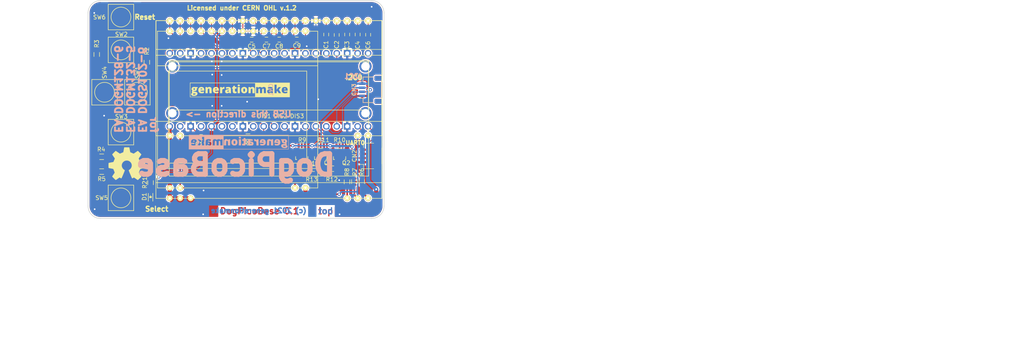
<source format=kicad_pcb>
(kicad_pcb (version 20171130) (host pcbnew 5.1.9-73d0e3b20d~88~ubuntu18.04.1)
  (title_block (title DogPicoBase) (date 2021-02-16) (rev 0.1) (company generationmake))
  (layers (0 F.Cu signal) (31 B.Cu signal) (34 B.Paste user) (35 F.Paste user) (36 B.SilkS user) (37 F.SilkS user) (38 B.Mask user) (39 F.Mask user) (44 Edge.Cuts user))
  (net 0 "")
  (net 1 GND)
  (net 2 /KEYPAD_A0)
  (net 3 +5V)
  (net 4 /RESET)
  (net 5 /DIS_V4)
  (net 6 /DIS_V3)
  (net 7 /DIS_V2)
  (net 8 /DIS_V1)
  (net 9 /DIS_VOUT)
  (net 10 /DIS_V0)
  (net 11 /DIS_CAP1N)
  (net 12 /DIS_CAP3P)
  (net 13 /DIS_CAP1P)
  (net 14 /DIS_CAP2P)
  (net 15 /DIS_CAP2N)
  (net 16 /DIS_C3)
  (net 17 /DIS_C2)
  (net 18 +3V3)
  (net 19 /DIS_SI)
  (net 20 /DIS_CLK)
  (net 21 /DIS_A0)
  (net 22 /DIS_RESET)
  (net 23 /DIS_CS)
  (net 24 /DIS_C1)
  (net 25 "Net-(Q1-Pad3)")
  (net 26 /BUTTON_UP)
  (net 27 /BUTTON_DOWN)
  (net 28 /BUTTON_LEFT)
  (net 29 /BUTTON_SELECT)
  (net 30 "Net-(D1-Pad2)")
  (net 31 /I2C0_SDA)
  (net 32 /I2C0_SCL)
  (net 33 /UART0_TX)
  (net 34 /UART0_RX)
  (net 35 /I2C1_SDA)
  (net 36 /I2C1_SCL)
  (net 37 /DISPLAY_BL_1)
  (net 38 /DISPLAY_BL_2)
  (net 39 /DISPLAY_BL_3)
  (net 40 "Net-(Q2-Pad3)")
  (net 41 "Net-(Q3-Pad3)")
  (module SOT_TO:SOT-23 (layer F.Cu) (at 103 115 180)
    (fp_text reference Q1 (at -2.3 -1.6 180) (layer F.SilkS))
    (fp_text value 2N7002)
    (pad 3 smd rect (at 0 -0.99822 180) (size 0.8001 0.8001) (layers F.Cu F.Paste F.Mask) (net 25 "Net-(Q1-Pad3)"))
    (pad 2 smd rect (at 0.95 1.00076 180) (size 0.8001 0.8001) (layers F.Cu F.Paste F.Mask) (net 1 GND))
    (pad 1 smd rect (at -0.95 1.00076 180) (size 0.8001 0.8001) (layers F.Cu F.Paste F.Mask) (net 37 /DISPLAY_BL_1))
  )
  (module capacitors:C_0603 (layer F.Cu) (at 108.95 85.25 270)
    (fp_text reference C1 (at 2.45 0.05 270) (layer F.SilkS))
    (fp_text value 1uF)
    (pad 2 smd rect (at 0.75 0 270) (size 0.8 0.75) (layers F.Cu F.Paste F.Mask) (net 1 GND))
    (pad 1 smd rect (at -0.75 0 270) (size 0.8 0.75) (layers F.Cu F.Paste F.Mask) (net 5 /DIS_V4))
  )
  (module capacitors:C_0603 (layer F.Cu) (at 111.5 85.35 270)
    (fp_text reference C2 (at 2.35 0 270) (layer F.SilkS))
    (fp_text value 1uF)
    (pad 2 smd rect (at 0.75 0 270) (size 0.8 0.75) (layers F.Cu F.Paste F.Mask) (net 1 GND))
    (pad 1 smd rect (at -0.75 0 270) (size 0.8 0.75) (layers F.Cu F.Paste F.Mask) (net 6 /DIS_V3))
  )
  (module resistors:R_0603 (layer F.Cu) (at 89.9 110.1)
    (fp_text reference R1 (at 0 1.6) (layer F.SilkS))
    (fp_text value 2k)
    (pad 2 smd rect (at 0.75 0) (size 0.5 0.9) (layers F.Cu F.Paste F.Mask) (net 2 /KEYPAD_A0))
    (pad 1 smd rect (at -0.75 0) (size 0.5 0.9) (layers F.Cu F.Paste F.Mask) (net 18 +3V3))
  )
  (module resistors:R_0603 (layer F.Cu) (at 65.3 92 90)
    (fp_text reference R2 (at 2.7 0 90) (layer F.SilkS))
    (fp_text value 330)
    (pad 2 smd rect (at 0.75 0 90) (size 0.5 0.9) (layers F.Cu F.Paste F.Mask) (net 26 /BUTTON_UP))
    (pad 1 smd rect (at -0.75 0 90) (size 0.5 0.9) (layers F.Cu F.Paste F.Mask) (net 2 /KEYPAD_A0))
  )
  (module resistors:R_0603 (layer F.Cu) (at 53.1 90.1 270)
    (fp_text reference R3 (at -2.6 0 270) (layer F.SilkS))
    (fp_text value 620)
    (pad 2 smd rect (at 0.75 0 270) (size 0.5 0.9) (layers F.Cu F.Paste F.Mask) (net 27 /BUTTON_DOWN))
    (pad 1 smd rect (at -0.75 0 270) (size 0.5 0.9) (layers F.Cu F.Paste F.Mask) (net 26 /BUTTON_UP))
  )
  (module resistors:R_0603 (layer F.Cu) (at 117.6 121.05 90)
    (fp_text reference R6 (at 2.35 0 90) (layer F.SilkS))
    (fp_text value 30)
    (pad 2 smd rect (at 0.75 0 90) (size 0.5 0.9) (layers F.Cu F.Paste F.Mask) (net 40 "Net-(Q2-Pad3)"))
    (pad 1 smd rect (at -0.75 0 90) (size 0.5 0.9) (layers F.Cu F.Paste F.Mask) (net 16 /DIS_C3))
  )
  (module resistors:R_0603 (layer F.Cu) (at 115.8 121.05 90)
    (fp_text reference R7 (at 2.35 0.1 90) (layer F.SilkS))
    (fp_text value 30)
    (pad 2 smd rect (at 0.75 0 90) (size 0.5 0.9) (layers F.Cu F.Paste F.Mask) (net 41 "Net-(Q3-Pad3)"))
    (pad 1 smd rect (at -0.75 0 90) (size 0.5 0.9) (layers F.Cu F.Paste F.Mask) (net 17 /DIS_C2))
  )
  (module resistors:R_0603 (layer F.Cu) (at 114 121.1 270)
    (fp_text reference R8 (at -2.4 0 90) (layer F.SilkS))
    (fp_text value 30)
    (pad 2 smd rect (at 0.75 0 270) (size 0.5 0.9) (layers F.Cu F.Paste F.Mask) (net 24 /DIS_C1))
    (pad 1 smd rect (at -0.75 0 270) (size 0.5 0.9) (layers F.Cu F.Paste F.Mask) (net 25 "Net-(Q1-Pad3)"))
  )
  (module resistors:R_0603 (layer F.Cu) (at 103 112.3)
    (fp_text reference R9 (at 0.1 -1.4) (layer F.SilkS))
    (fp_text value 1k)
    (pad 2 smd rect (at 0.75 0) (size 0.5 0.9) (layers F.Cu F.Paste F.Mask) (net 37 /DISPLAY_BL_1))
    (pad 1 smd rect (at -0.75 0) (size 0.5 0.9) (layers F.Cu F.Paste F.Mask) (net 18 +3V3))
  )
  (module resistors:R_0603 (layer F.Cu) (at 54.3 115 180)
    (fp_text reference R4 (at 0.1 1.8 180) (layer F.SilkS))
    (fp_text value 1k)
    (pad 2 smd rect (at 0.75 0 180) (size 0.5 0.9) (layers F.Cu F.Paste F.Mask) (net 28 /BUTTON_LEFT))
    (pad 1 smd rect (at -0.75 0 180) (size 0.5 0.9) (layers F.Cu F.Paste F.Mask) (net 27 /BUTTON_DOWN))
  )
  (module resistors:R_0603 (layer F.Cu) (at 54.3 118.6)
    (fp_text reference R5 (at 0 1.8) (layer F.SilkS))
    (fp_text value 3k3)
    (pad 2 smd rect (at 0.75 0) (size 0.5 0.9) (layers F.Cu F.Paste F.Mask) (net 29 /BUTTON_SELECT))
    (pad 1 smd rect (at -0.75 0) (size 0.5 0.9) (layers F.Cu F.Paste F.Mask) (net 28 /BUTTON_LEFT))
  )
  (module capacitors:C_0603 (layer F.Cu) (at 114.05 85.25 270)
    (fp_text reference C3 (at 2.55 0.05 270) (layer F.SilkS))
    (fp_text value 1uF)
    (pad 2 smd rect (at 0.75 0 270) (size 0.8 0.75) (layers F.Cu F.Paste F.Mask) (net 1 GND))
    (pad 1 smd rect (at -0.75 0 270) (size 0.8 0.75) (layers F.Cu F.Paste F.Mask) (net 7 /DIS_V2))
  )
  (module capacitors:C_0603 (layer F.Cu) (at 116.6 85.25 270)
    (fp_text reference C4 (at 2.55 0 270) (layer F.SilkS))
    (fp_text value 1uF)
    (pad 2 smd rect (at 0.75 0 270) (size 0.8 0.75) (layers F.Cu F.Paste F.Mask) (net 1 GND))
    (pad 1 smd rect (at -0.75 0 270) (size 0.8 0.75) (layers F.Cu F.Paste F.Mask) (net 8 /DIS_V1))
  )
  (module capacitors:C_0603 (layer F.Cu) (at 90.8 86.5 180)
    (fp_text reference C5 (at 0 -1.6 180) (layer F.SilkS))
    (fp_text value 1uF)
    (pad 2 smd rect (at 0.75 0 180) (size 0.8 0.75) (layers F.Cu F.Paste F.Mask) (net 1 GND))
    (pad 1 smd rect (at -0.75 0 180) (size 0.8 0.75) (layers F.Cu F.Paste F.Mask) (net 9 /DIS_VOUT))
  )
  (module capacitors:C_0603 (layer F.Cu) (at 119.15 85.3 270)
    (fp_text reference C6 (at 2.5 0.05 270) (layer F.SilkS))
    (fp_text value 1uF)
    (pad 2 smd rect (at 0.75 0 270) (size 0.8 0.75) (layers F.Cu F.Paste F.Mask) (net 1 GND))
    (pad 1 smd rect (at -0.75 0 270) (size 0.8 0.75) (layers F.Cu F.Paste F.Mask) (net 10 /DIS_V0))
  )
  (module capacitors:C_0603 (layer F.Cu) (at 94.4 86.5)
    (fp_text reference C7 (at 0 1.6) (layer F.SilkS))
    (fp_text value 1uF)
    (pad 2 smd rect (at 0.75 0) (size 0.8 0.75) (layers F.Cu F.Paste F.Mask) (net 11 /DIS_CAP1N))
    (pad 1 smd rect (at -0.75 0) (size 0.8 0.75) (layers F.Cu F.Paste F.Mask) (net 12 /DIS_CAP3P))
  )
  (module capacitors:C_0603 (layer F.Cu) (at 97.5 86.5)
    (fp_text reference C8 (at 0 1.6) (layer F.SilkS))
    (fp_text value 1uF)
    (pad 2 smd rect (at 0.75 0) (size 0.8 0.75) (layers F.Cu F.Paste F.Mask) (net 13 /DIS_CAP1P))
    (pad 1 smd rect (at -0.75 0) (size 0.8 0.75) (layers F.Cu F.Paste F.Mask) (net 11 /DIS_CAP1N))
  )
  (module capacitors:C_0603 (layer F.Cu) (at 101.8 86.5)
    (fp_text reference C9 (at 0 1.5) (layer F.SilkS))
    (fp_text value 1uF)
    (pad 2 smd rect (at 0.75 0) (size 0.8 0.75) (layers F.Cu F.Paste F.Mask) (net 15 /DIS_CAP2N))
    (pad 1 smd rect (at -0.75 0) (size 0.8 0.75) (layers F.Cu F.Paste F.Mask) (net 14 /DIS_CAP2P))
  )
  (module displays:EA_DOGM128 (layer F.Cu) (at 95 103.5)
    (fp_text reference DIS1 (at -1.15 1.6) (layer F.SilkS))
    (fp_text value EA_DOGM128-6)
    (pad 18 thru_hole circle (at 19.05 21.59) (size 1.4 1.4) (drill 0.6) (layers *.Cu *.Mask F.SilkS) (net 24 /DIS_C1))
    (pad 3 thru_hole circle (at -19.05 21.59) (size 1.4 1.4) (drill 0.6) (layers *.Cu *.Mask F.SilkS) (net 3 +5V))
    (pad 40 thru_hole circle (at -24.13 -21.59) (size 1.4 1.4) (drill 0.6) (layers *.Cu *.Mask F.SilkS) (net 23 /DIS_CS))
    (pad 39 thru_hole circle (at -21.59 -21.59) (size 1.4 1.4) (drill 0.6) (layers *.Cu *.Mask F.SilkS) (net 22 /DIS_RESET))
    (pad 38 thru_hole circle (at -19.05 -21.59) (size 1.4 1.4) (drill 0.6) (layers *.Cu *.Mask F.SilkS) (net 21 /DIS_A0))
    (pad 37 thru_hole circle (at -16.51 -21.59) (size 1.4 1.4) (drill 0.6) (layers *.Cu *.Mask F.SilkS) (net 20 /DIS_CLK))
    (pad 36 thru_hole circle (at -13.97 -21.59) (size 1.4 1.4) (drill 0.6) (layers *.Cu *.Mask F.SilkS) (net 19 /DIS_SI))
    (pad 35 thru_hole circle (at -11.43 -21.59) (size 1.4 1.4) (drill 0.6) (layers *.Cu *.Mask F.SilkS) (net 18 +3V3))
    (pad 34 thru_hole circle (at -8.89 -21.59) (size 1.4 1.4) (drill 0.6) (layers *.Cu *.Mask F.SilkS) (net 18 +3V3))
    (pad 33 thru_hole circle (at -6.35 -21.59) (size 1.4 1.4) (drill 0.6) (layers *.Cu *.Mask F.SilkS) (net 1 GND))
    (pad 32 thru_hole circle (at -3.81 -21.59) (size 1.4 1.4) (drill 0.6) (layers *.Cu *.Mask F.SilkS) (net 9 /DIS_VOUT))
    (pad 31 thru_hole circle (at -1.27 -21.59) (size 1.4 1.4) (drill 0.6) (layers *.Cu *.Mask F.SilkS) (net 12 /DIS_CAP3P))
    (pad 30 thru_hole circle (at 1.27 -21.59) (size 1.4 1.4) (drill 0.6) (layers *.Cu *.Mask F.SilkS) (net 11 /DIS_CAP1N))
    (pad 29 thru_hole circle (at 3.81 -21.59) (size 1.4 1.4) (drill 0.6) (layers *.Cu *.Mask F.SilkS) (net 13 /DIS_CAP1P))
    (pad 28 thru_hole circle (at 6.35 -21.59) (size 1.4 1.4) (drill 0.6) (layers *.Cu *.Mask F.SilkS) (net 14 /DIS_CAP2P))
    (pad 27 thru_hole circle (at 8.89 -21.59) (size 1.4 1.4) (drill 0.6) (layers *.Cu *.Mask F.SilkS) (net 15 /DIS_CAP2N))
    (pad 26 thru_hole circle (at 11.43 -21.59) (size 1.4 1.4) (drill 0.6) (layers *.Cu *.Mask F.SilkS) (net 1 GND))
    (pad 25 thru_hole circle (at 13.97 -21.59) (size 1.4 1.4) (drill 0.6) (layers *.Cu *.Mask F.SilkS) (net 5 /DIS_V4))
    (pad 24 thru_hole circle (at 16.51 -21.59) (size 1.4 1.4) (drill 0.6) (layers *.Cu *.Mask F.SilkS) (net 6 /DIS_V3))
    (pad 23 thru_hole circle (at 19.05 -21.59) (size 1.4 1.4) (drill 0.6) (layers *.Cu *.Mask F.SilkS) (net 7 /DIS_V2))
    (pad 22 thru_hole circle (at 21.59 -21.59) (size 1.4 1.4) (drill 0.6) (layers *.Cu *.Mask F.SilkS) (net 8 /DIS_V1))
    (pad 21 thru_hole circle (at 24.13 -21.59) (size 1.4 1.4) (drill 0.6) (layers *.Cu *.Mask F.SilkS) (net 10 /DIS_V0))
    (pad 19 thru_hole circle (at 21.59 21.59) (size 1.4 1.4) (drill 0.6) (layers *.Cu *.Mask F.SilkS) (net 17 /DIS_C2))
    (pad 20 thru_hole circle (at 24.13 21.59) (size 1.4 1.4) (drill 0.6) (layers *.Cu *.Mask F.SilkS) (net 16 /DIS_C3))
    (pad 2 thru_hole circle (at -21.59 21.59) (size 1.4 1.4) (drill 0.6) (layers *.Cu *.Mask F.SilkS) (net 3 +5V))
    (pad 1 thru_hole circle (at -24.13 21.59) (size 1.4 1.4) (drill 0.6) (layers *.Cu *.Mask F.SilkS) (net 3 +5V))
  )
  (module displays:EA_DOGM081_162_163_132 (layer F.Cu) (at 95 95.88)
    (fp_text reference DIS2 (at 2.85 9.22) (layer F.SilkS))
    (fp_text value EA_DOGM132-5)
    (pad 40 thru_hole circle (at -24.13 -13.97) (size 1.4 1.4) (drill 0.6) (layers *.Cu *.Mask F.SilkS) (net 23 /DIS_CS))
    (pad 39 thru_hole circle (at -21.59 -13.97) (size 1.4 1.4) (drill 0.6) (layers *.Cu *.Mask F.SilkS) (net 22 /DIS_RESET))
    (pad 38 thru_hole circle (at -19.05 -13.97) (size 1.4 1.4) (drill 0.6) (layers *.Cu *.Mask F.SilkS) (net 21 /DIS_A0))
    (pad 37 thru_hole circle (at -16.51 -13.97) (size 1.4 1.4) (drill 0.6) (layers *.Cu *.Mask F.SilkS) (net 20 /DIS_CLK))
    (pad 36 thru_hole circle (at -13.97 -13.97) (size 1.4 1.4) (drill 0.6) (layers *.Cu *.Mask F.SilkS) (net 19 /DIS_SI))
    (pad 35 thru_hole circle (at -11.43 -13.97) (size 1.4 1.4) (drill 0.6) (layers *.Cu *.Mask F.SilkS) (net 18 +3V3))
    (pad 34 thru_hole circle (at -8.89 -13.97) (size 1.4 1.4) (drill 0.6) (layers *.Cu *.Mask F.SilkS) (net 18 +3V3))
    (pad 33 thru_hole circle (at -6.35 -13.97) (size 1.4 1.4) (drill 0.6) (layers *.Cu *.Mask F.SilkS) (net 1 GND))
    (pad 32 thru_hole circle (at -3.81 -13.97) (size 1.4 1.4) (drill 0.6) (layers *.Cu *.Mask F.SilkS) (net 9 /DIS_VOUT))
    (pad 31 thru_hole circle (at -1.27 -13.97) (size 1.4 1.4) (drill 0.6) (layers *.Cu *.Mask F.SilkS) (net 12 /DIS_CAP3P))
    (pad 30 thru_hole circle (at 1.27 -13.97) (size 1.4 1.4) (drill 0.6) (layers *.Cu *.Mask F.SilkS) (net 11 /DIS_CAP1N))
    (pad 29 thru_hole circle (at 3.81 -13.97) (size 1.4 1.4) (drill 0.6) (layers *.Cu *.Mask F.SilkS) (net 13 /DIS_CAP1P))
    (pad 28 thru_hole circle (at 6.35 -13.97) (size 1.4 1.4) (drill 0.6) (layers *.Cu *.Mask F.SilkS) (net 14 /DIS_CAP2P))
    (pad 27 thru_hole circle (at 8.89 -13.97) (size 1.4 1.4) (drill 0.6) (layers *.Cu *.Mask F.SilkS) (net 15 /DIS_CAP2N))
    (pad 26 thru_hole circle (at 11.43 -13.97) (size 1.4 1.4) (drill 0.6) (layers *.Cu *.Mask F.SilkS) (net 1 GND))
    (pad 25 thru_hole circle (at 13.97 -13.97) (size 1.4 1.4) (drill 0.6) (layers *.Cu *.Mask F.SilkS) (net 5 /DIS_V4))
    (pad 24 thru_hole circle (at 16.51 -13.97) (size 1.4 1.4) (drill 0.6) (layers *.Cu *.Mask F.SilkS) (net 6 /DIS_V3))
    (pad 23 thru_hole circle (at 19.05 -13.97) (size 1.4 1.4) (drill 0.6) (layers *.Cu *.Mask F.SilkS) (net 7 /DIS_V2))
    (pad 22 thru_hole circle (at 21.59 -13.97) (size 1.4 1.4) (drill 0.6) (layers *.Cu *.Mask F.SilkS) (net 8 /DIS_V1))
    (pad 21 thru_hole circle (at 24.13 -13.97) (size 1.4 1.4) (drill 0.6) (layers *.Cu *.Mask F.SilkS) (net 10 /DIS_V0))
    (pad 19 thru_hole circle (at 21.59 13.97) (size 1.4 1.4) (drill 0.6) (layers *.Cu *.Mask F.SilkS) (net 17 /DIS_C2))
    (pad 20 thru_hole circle (at 24.13 13.97) (size 1.4 1.4) (drill 0.6) (layers *.Cu *.Mask F.SilkS) (net 3 +5V))
    (pad 2 thru_hole circle (at -21.59 13.97) (size 1.4 1.4) (drill 0.6) (layers *.Cu *.Mask F.SilkS) (net 24 /DIS_C1))
    (pad 1 thru_hole circle (at -24.13 13.97) (size 1.4 1.4) (drill 0.6) (layers *.Cu *.Mask F.SilkS) (net 3 +5V))
  )
  (module displays:EA_DOGS102 (layer F.Cu) (at 87.38 103.5)
    (fp_text reference DIS3 (at 14.47 1.6) (layer F.SilkS))
    (fp_text value EA_DOGS102-6)
    (pad 13 thru_hole circle (at 13.97 19.05) (size 1.4 1.4) (drill 0.6) (layers *.Cu *.Mask F.SilkS) (net 17 /DIS_C2))
    (pad 14 thru_hole circle (at 16.51 19.05) (size 1.4 1.4) (drill 0.6) (layers *.Cu *.Mask F.SilkS) (net 3 +5V))
    (pad 2 thru_hole circle (at -13.97 19.05) (size 1.4 1.4) (drill 0.6) (layers *.Cu *.Mask F.SilkS) (net 24 /DIS_C1))
    (pad 1 thru_hole circle (at -16.51 19.05) (size 1.4 1.4) (drill 0.6) (layers *.Cu *.Mask F.SilkS) (net 3 +5V))
    (pad 28 thru_hole circle (at -16.51 -19.05) (size 1.4 1.4) (drill 0.6) (layers *.Cu *.Mask F.SilkS) (net 23 /DIS_CS))
    (pad 27 thru_hole circle (at -13.97 -19.05) (size 1.4 1.4) (drill 0.6) (layers *.Cu *.Mask F.SilkS) (net 22 /DIS_RESET))
    (pad 26 thru_hole circle (at -11.43 -19.05) (size 1.4 1.4) (drill 0.6) (layers *.Cu *.Mask F.SilkS) (net 21 /DIS_A0))
    (pad 25 thru_hole circle (at -8.89 -19.05) (size 1.4 1.4) (drill 0.6) (layers *.Cu *.Mask F.SilkS) (net 20 /DIS_CLK))
    (pad 24 thru_hole circle (at -6.35 -19.05) (size 1.4 1.4) (drill 0.6) (layers *.Cu *.Mask F.SilkS) (net 19 /DIS_SI))
    (pad 23 thru_hole circle (at -3.81 -19.05) (size 1.4 1.4) (drill 0.6) (layers *.Cu *.Mask F.SilkS) (net 18 +3V3))
    (pad 22 thru_hole circle (at -1.27 -19.05) (size 1.4 1.4) (drill 0.6) (layers *.Cu *.Mask F.SilkS) (net 18 +3V3))
    (pad 21 thru_hole circle (at 1.27 -19.05) (size 1.4 1.4) (drill 0.6) (layers *.Cu *.Mask F.SilkS) (net 1 GND))
    (pad 20 thru_hole circle (at 3.81 -19.05) (size 1.4 1.4) (drill 0.6) (layers *.Cu *.Mask F.SilkS) (net 1 GND))
    (pad 19 thru_hole circle (at 6.35 -19.05) (size 1.4 1.4) (drill 0.6) (layers *.Cu *.Mask F.SilkS) (net 15 /DIS_CAP2N))
    (pad 18 thru_hole circle (at 8.89 -19.05) (size 1.4 1.4) (drill 0.6) (layers *.Cu *.Mask F.SilkS) (net 11 /DIS_CAP1N))
    (pad 17 thru_hole circle (at 11.43 -19.05) (size 1.4 1.4) (drill 0.6) (layers *.Cu *.Mask F.SilkS) (net 13 /DIS_CAP1P))
    (pad 16 thru_hole circle (at 13.97 -19.05) (size 1.4 1.4) (drill 0.6) (layers *.Cu *.Mask F.SilkS) (net 14 /DIS_CAP2P))
    (pad 15 thru_hole circle (at 16.51 -19.05) (size 1.4 1.4) (drill 0.6) (layers *.Cu *.Mask F.SilkS) (net 9 /DIS_VOUT))
  )
  (module capacitors:C_0603 (layer F.Cu) (at 78.5 110.2 180)
    (fp_text reference C11 (at 0 -1.7 180) (layer F.SilkS))
    (fp_text value 1uF)
    (pad 2 smd rect (at 0.75 0 180) (size 0.8 0.75) (layers F.Cu F.Paste F.Mask) (net 1 GND))
    (pad 1 smd rect (at -0.75 0 180) (size 0.8 0.75) (layers F.Cu F.Paste F.Mask) (net 18 +3V3))
  )
  (module resistors:R_0603 (layer F.Cu) (at 66.2 121.3 90)
    (fp_text reference R21 (at 0 -1.4 90) (layer F.SilkS))
    (fp_text value 1k)
    (pad 2 smd rect (at 0.75 0 90) (size 0.5 0.9) (layers F.Cu F.Paste F.Mask) (net 18 +3V3))
    (pad 1 smd rect (at -0.75 0 90) (size 0.5 0.9) (layers F.Cu F.Paste F.Mask) (net 30 "Net-(D1-Pad2)"))
  )
  (module LEDs:LED_0603 (layer F.Cu) (at 66.2 124.7 90)
    (fp_text reference D1 (at 0 -1.5 90) (layer F.SilkS))
    (fp_text value 150060GS75000)
    (pad 1 smd rect (at -0.7493 0 270) (size 0.79756 0.79756) (layers F.Cu F.Paste F.Mask) (net 1 GND))
    (pad 2 smd rect (at 0.7493 0 270) (size 0.79756 0.79756) (layers F.Cu F.Paste F.Mask) (net 30 "Net-(D1-Pad2)"))
  )
  (module mechanical-switches:WE_430182050816 (layer F.Cu) (at 59 81)
    (fp_text reference SW6 (at -5.25 0.05) (layer F.SilkS))
    (fp_text value TAST_VER)
    (pad 4 smd rect (at 4 2.25) (size 1.55 1.3) (layers F.Cu F.Paste F.Mask) (net 4 /RESET))
    (pad 3 smd rect (at 4 -2.25) (size 1.55 1.3) (layers F.Cu F.Paste F.Mask) (net 1 GND))
    (pad 2 smd rect (at -4 2.25) (size 1.55 1.3) (layers F.Cu F.Paste F.Mask) (net 4 /RESET))
    (pad 1 smd rect (at -4 -2.25) (size 1.55 1.3) (layers F.Cu F.Paste F.Mask) (net 1 GND))
  )
  (module mechanical-switches:WE_430182080816 (layer F.Cu) (at 63 99.3 90)
    (fp_text reference SW1 (at 4.8 0 90) (layer F.SilkS))
    (fp_text value TAST_VER)
    (pad 4 smd rect (at 4 2.25 90) (size 1.55 1.3) (layers F.Cu F.Paste F.Mask) (net 2 /KEYPAD_A0))
    (pad 3 smd rect (at 4 -2.25 90) (size 1.55 1.3) (layers F.Cu F.Paste F.Mask) (net 1 GND))
    (pad 2 smd rect (at -4 2.25 90) (size 1.55 1.3) (layers F.Cu F.Paste F.Mask) (net 2 /KEYPAD_A0))
    (pad 1 smd rect (at -4 -2.25 90) (size 1.55 1.3) (layers F.Cu F.Paste F.Mask) (net 1 GND))
  )
  (module mechanical-switches:WE_430182080816 (layer F.Cu) (at 59 89)
    (fp_text reference SW2 (at 0.1 -3.8) (layer F.SilkS))
    (fp_text value TAST_VER)
    (pad 1 smd rect (at -4 -2.25) (size 1.55 1.3) (layers F.Cu F.Paste F.Mask) (net 1 GND))
    (pad 2 smd rect (at -4 2.25) (size 1.55 1.3) (layers F.Cu F.Paste F.Mask) (net 26 /BUTTON_UP))
    (pad 3 smd rect (at 4 -2.25) (size 1.55 1.3) (layers F.Cu F.Paste F.Mask) (net 1 GND))
    (pad 4 smd rect (at 4 2.25) (size 1.55 1.3) (layers F.Cu F.Paste F.Mask) (net 26 /BUTTON_UP))
  )
  (module mechanical-switches:WE_430182080816 (layer F.Cu) (at 59 109)
    (fp_text reference SW3 (at 0.1 -3.8) (layer F.SilkS))
    (fp_text value TAST_VER)
    (pad 4 smd rect (at 4 2.25) (size 1.55 1.3) (layers F.Cu F.Paste F.Mask) (net 27 /BUTTON_DOWN))
    (pad 3 smd rect (at 4 -2.25) (size 1.55 1.3) (layers F.Cu F.Paste F.Mask) (net 1 GND))
    (pad 2 smd rect (at -4 2.25) (size 1.55 1.3) (layers F.Cu F.Paste F.Mask) (net 27 /BUTTON_DOWN))
    (pad 1 smd rect (at -4 -2.25) (size 1.55 1.3) (layers F.Cu F.Paste F.Mask) (net 1 GND))
  )
  (module mechanical-switches:WE_430182080816 (layer F.Cu) (at 55 99.3 270)
    (fp_text reference SW4 (at -4.8 0 270) (layer F.SilkS))
    (fp_text value TAST_VER)
    (pad 1 smd rect (at -4 -2.25 270) (size 1.55 1.3) (layers F.Cu F.Paste F.Mask) (net 1 GND))
    (pad 2 smd rect (at -4 2.25 270) (size 1.55 1.3) (layers F.Cu F.Paste F.Mask) (net 28 /BUTTON_LEFT))
    (pad 3 smd rect (at 4 -2.25 270) (size 1.55 1.3) (layers F.Cu F.Paste F.Mask) (net 1 GND))
    (pad 4 smd rect (at 4 2.25 270) (size 1.55 1.3) (layers F.Cu F.Paste F.Mask) (net 28 /BUTTON_LEFT))
  )
  (module mechanical-switches:WE_430182080816 (layer F.Cu) (at 59 125 180)
    (fp_text reference SW5 (at 4.7 0 180) (layer F.SilkS))
    (fp_text value TAST_VER)
    (pad 1 smd rect (at -4 -2.25 180) (size 1.55 1.3) (layers F.Cu F.Paste F.Mask) (net 1 GND))
    (pad 2 smd rect (at -4 2.25 180) (size 1.55 1.3) (layers F.Cu F.Paste F.Mask) (net 29 /BUTTON_SELECT))
    (pad 3 smd rect (at 4 -2.25 180) (size 1.55 1.3) (layers F.Cu F.Paste F.Mask) (net 1 GND))
    (pad 4 smd rect (at 4 2.25 180) (size 1.55 1.3) (layers F.Cu F.Paste F.Mask) (net 29 /BUTTON_SELECT))
  )
  (module labels:generationmake_logo (layer B.Cu) (at 87.7 116.7 180)
    (fp_text reference L1 hide)
    (fp_text value Label hide)
  )
  (module labels:generationmake_logo (layer F.Cu) (at 87.9 104)
    (fp_text reference L2 hide)
    (fp_text value Label hide)
  )
  (module MODULE_compute:RASPI_PICO (layer B.Cu) (at 95 98.7 270)
    (fp_text reference CN1 (at 0 -0.5 90) (layer B.SilkS) (effects (justify mirror)))
    (fp_text value RASPBERRYPI_PICO)
    (pad 1 thru_hole circle (at -8.89 24.13 270) (size 1.6 1.6) (drill 1) (layers *.Cu *.Mask) (net 21 /DIS_A0))
    (pad 2 thru_hole circle (at -8.89 21.59 270) (size 1.6 1.6) (drill 1) (layers *.Cu *.Mask) (net 22 /DIS_RESET))
    (pad 3 thru_hole rect (at -8.89 19.05 270) (size 1.6 1.6) (drill 1) (layers *.Cu *.Mask) (net 1 GND))
    (pad 4 thru_hole circle (at -8.89 16.51 270) (size 1.6 1.6) (drill 1) (layers *.Cu *.Mask))
    (pad 5 thru_hole circle (at -8.89 13.97 270) (size 1.6 1.6) (drill 1) (layers *.Cu *.Mask))
    (pad 6 thru_hole circle (at -8.89 11.43 270) (size 1.6 1.6) (drill 1) (layers *.Cu *.Mask))
    (pad 7 thru_hole circle (at -8.89 8.89 270) (size 1.6 1.6) (drill 1) (layers *.Cu *.Mask))
    (pad 8 thru_hole rect (at -8.89 6.35 270) (size 1.6 1.6) (drill 1) (layers *.Cu *.Mask) (net 1 GND))
    (pad 9 thru_hole circle (at -8.89 3.81 270) (size 1.6 1.6) (drill 1) (layers *.Cu *.Mask) (net 20 /DIS_CLK))
    (pad 10 thru_hole circle (at -8.89 1.27 270) (size 1.6 1.6) (drill 1) (layers *.Cu *.Mask) (net 19 /DIS_SI))
    (pad 11 thru_hole circle (at -8.89 -1.27 270) (size 1.6 1.6) (drill 1) (layers *.Cu *.Mask))
    (pad 12 thru_hole circle (at -8.89 -3.81 270) (size 1.6 1.6) (drill 1) (layers *.Cu *.Mask))
    (pad 13 thru_hole rect (at -8.89 -6.35 270) (size 1.6 1.6) (drill 1) (layers *.Cu *.Mask) (net 1 GND))
    (pad 14 thru_hole circle (at -8.89 -8.89 270) (size 1.6 1.6) (drill 1) (layers *.Cu *.Mask))
    (pad 15 thru_hole circle (at -8.89 -11.43 270) (size 1.6 1.6) (drill 1) (layers *.Cu *.Mask))
    (pad 16 thru_hole circle (at -8.89 -13.97 270) (size 1.6 1.6) (drill 1) (layers *.Cu *.Mask) (net 31 /I2C0_SDA))
    (pad 17 thru_hole circle (at -8.89 -16.51 270) (size 1.6 1.6) (drill 1) (layers *.Cu *.Mask) (net 32 /I2C0_SCL))
    (pad 18 thru_hole rect (at -8.89 -19.05 270) (size 1.6 1.6) (drill 1) (layers *.Cu *.Mask) (net 1 GND))
    (pad 19 thru_hole circle (at -8.89 -21.59 270) (size 1.6 1.6) (drill 1) (layers *.Cu *.Mask) (net 23 /DIS_CS))
    (pad 20 thru_hole circle (at -8.89 -24.13 270) (size 1.6 1.6) (drill 1) (layers *.Cu *.Mask))
    (pad 21 thru_hole circle (at 8.89 -24.13 270) (size 1.6 1.6) (drill 1) (layers *.Cu *.Mask) (net 33 /UART0_TX))
    (pad 22 thru_hole circle (at 8.89 -21.59 270) (size 1.6 1.6) (drill 1) (layers *.Cu *.Mask) (net 34 /UART0_RX))
    (pad 23 thru_hole rect (at 8.89 -19.05 270) (size 1.6 1.6) (drill 1) (layers *.Cu *.Mask) (net 1 GND))
    (pad 24 thru_hole circle (at 8.89 -16.51 270) (size 1.6 1.6) (drill 1) (layers *.Cu *.Mask) (net 35 /I2C1_SDA))
    (pad 25 thru_hole circle (at 8.89 -13.97 270) (size 1.6 1.6) (drill 1) (layers *.Cu *.Mask) (net 36 /I2C1_SCL))
    (pad 26 thru_hole circle (at 8.89 -11.43 270) (size 1.6 1.6) (drill 1) (layers *.Cu *.Mask) (net 39 /DISPLAY_BL_3))
    (pad 27 thru_hole circle (at 8.89 -8.89 270) (size 1.6 1.6) (drill 1) (layers *.Cu *.Mask) (net 38 /DISPLAY_BL_2))
    (pad 28 thru_hole rect (at 8.89 -6.35 270) (size 1.6 1.6) (drill 1) (layers *.Cu *.Mask) (net 1 GND))
    (pad 29 thru_hole circle (at 8.89 -3.81 270) (size 1.6 1.6) (drill 1) (layers *.Cu *.Mask) (net 37 /DISPLAY_BL_1))
    (pad 30 thru_hole circle (at 8.89 -1.27 270) (size 1.6 1.6) (drill 1) (layers *.Cu *.Mask) (net 4 /RESET))
    (pad 31 thru_hole circle (at 8.89 1.27 270) (size 1.6 1.6) (drill 1) (layers *.Cu *.Mask) (net 2 /KEYPAD_A0))
    (pad 32 thru_hole circle (at 8.89 3.81 270) (size 1.6 1.6) (drill 1) (layers *.Cu *.Mask))
    (pad 33 thru_hole rect (at 8.89 6.35 270) (size 1.6 1.6) (drill 1) (layers *.Cu *.Mask) (net 1 GND))
    (pad 34 thru_hole circle (at 8.89 8.89 270) (size 1.6 1.6) (drill 1) (layers *.Cu *.Mask))
    (pad 35 thru_hole circle (at 8.89 11.43 270) (size 1.6 1.6) (drill 1) (layers *.Cu *.Mask))
    (pad 36 thru_hole circle (at 8.89 13.97 270) (size 1.6 1.6) (drill 1) (layers *.Cu *.Mask) (net 18 +3V3))
    (pad 37 thru_hole circle (at 8.89 16.51 270) (size 1.6 1.6) (drill 1) (layers *.Cu *.Mask))
    (pad 38 thru_hole rect (at 8.89 19.05 270) (size 1.6 1.6) (drill 1) (layers *.Cu *.Mask) (net 1 GND))
    (pad 39 thru_hole circle (at 8.89 21.59 270) (size 1.6 1.6) (drill 1) (layers *.Cu *.Mask))
    (pad 40 thru_hole circle (at 8.89 24.13 270) (size 1.6 1.6) (drill 1) (layers *.Cu *.Mask) (net 3 +5V))
    (pad 0 thru_hole circle (at 5.7 23.5 270) (size 3 3) (drill 2.1) (layers *.Cu *.Mask))
    (pad 0 thru_hole circle (at -5.7 23.5 270) (size 3 3) (drill 2.1) (layers *.Cu *.Mask))
    (pad 0 thru_hole circle (at -5.7 -23.5 270) (size 3 3) (drill 2.1) (layers *.Cu *.Mask))
    (pad 0 thru_hole circle (at 5.7 -23.5 270) (size 3 3) (drill 2.1) (layers *.Cu *.Mask))
  )
  (module Connector_JST:JST_SH_SM04B-SRSS-TB_1x04-1MP_P1.00mm_Horizontal (layer F.Cu) (at 119.8 114.8 90)
    (fp_text reference CN2 (at 0 -3.98 90) (layer F.SilkS))
    (fp_text value SM04B-SRSS-TB)
    (pad 1 smd roundrect (at -1.5 -2 90) (size 0.6 1.55) (layers F.Cu F.Paste F.Mask) (net 1 GND))
    (pad 2 smd roundrect (at -0.5 -2 90) (size 0.6 1.55) (layers F.Cu F.Paste F.Mask) (net 18 +3V3))
    (pad 3 smd roundrect (at 0.5 -2 90) (size 0.6 1.55) (layers F.Cu F.Paste F.Mask) (net 33 /UART0_TX))
    (pad 4 smd roundrect (at 1.5 -2 90) (size 0.6 1.55) (layers F.Cu F.Paste F.Mask) (net 34 /UART0_RX))
    (pad MP smd roundrect (at -2.8 1.875 90) (size 1.2 1.8) (layers F.Cu F.Paste F.Mask) (roundrect_rratio 0.208333))
    (pad MP smd roundrect (at 2.8 1.875 90) (size 1.2 1.8) (layers F.Cu F.Paste F.Mask) (roundrect_rratio 0.208333))
  )
  (module Connector_JST:JST_SH_SM04B-SRSS-TB_1x04-1MP_P1.00mm_Horizontal (layer F.Cu) (at 119.7 98.7 90)
    (fp_text reference CN3 (at 0 -3.98 90) (layer F.SilkS))
    (fp_text value SM04B-SRSS-TB)
    (pad 1 smd roundrect (at -1.5 -2 90) (size 0.6 1.55) (layers F.Cu F.Paste F.Mask) (net 1 GND))
    (pad 2 smd roundrect (at -0.5 -2 90) (size 0.6 1.55) (layers F.Cu F.Paste F.Mask) (net 18 +3V3))
    (pad 3 smd roundrect (at 0.5 -2 90) (size 0.6 1.55) (layers F.Cu F.Paste F.Mask) (net 31 /I2C0_SDA))
    (pad 4 smd roundrect (at 1.5 -2 90) (size 0.6 1.55) (layers F.Cu F.Paste F.Mask) (net 32 /I2C0_SCL))
    (pad MP smd roundrect (at -2.8 1.875 90) (size 1.2 1.8) (layers F.Cu F.Paste F.Mask) (roundrect_rratio 0.208333))
    (pad MP smd roundrect (at 2.8 1.875 90) (size 1.2 1.8) (layers F.Cu F.Paste F.Mask) (roundrect_rratio 0.208333))
  )
  (module Connector_JST:JST_SH_SM04B-SRSS-TB_1x04-1MP_P1.00mm_Horizontal (layer B.Cu) (at 119.7 98.7 270)
    (fp_text reference CN4 (at 0 3.98 270) (layer B.SilkS) (effects (justify mirror)))
    (fp_text value SM04B-SRSS-TB)
    (pad MP smd roundrect (at 2.8 -1.875 270) (size 1.2 1.8) (layers B.Cu B.Paste B.Mask) (roundrect_rratio 0.208333))
    (pad MP smd roundrect (at -2.8 -1.875 270) (size 1.2 1.8) (layers B.Cu B.Paste B.Mask) (roundrect_rratio 0.208333))
    (pad 4 smd roundrect (at 1.5 2 270) (size 0.6 1.55) (layers B.Cu B.Paste B.Mask) (net 36 /I2C1_SCL))
    (pad 3 smd roundrect (at 0.5 2 270) (size 0.6 1.55) (layers B.Cu B.Paste B.Mask) (net 35 /I2C1_SDA))
    (pad 2 smd roundrect (at -0.5 2 270) (size 0.6 1.55) (layers B.Cu B.Paste B.Mask) (net 18 +3V3))
    (pad 1 smd roundrect (at -1.5 2 270) (size 0.6 1.55) (layers B.Cu B.Paste B.Mask) (net 1 GND))
  )
  (module SOT_TO:SOT-23 (layer F.Cu) (at 112.2 115 180)
    (fp_text reference Q2 (at -1.6 -1.5) (layer F.SilkS))
    (fp_text value 2N7002)
    (pad 3 smd rect (at 0 -0.99822 180) (size 0.8001 0.8001) (layers F.Cu F.Paste F.Mask) (net 40 "Net-(Q2-Pad3)"))
    (pad 2 smd rect (at 0.95 1.00076 180) (size 0.8001 0.8001) (layers F.Cu F.Paste F.Mask) (net 1 GND))
    (pad 1 smd rect (at -0.95 1.00076 180) (size 0.8001 0.8001) (layers F.Cu F.Paste F.Mask) (net 39 /DISPLAY_BL_3))
  )
  (module SOT_TO:SOT-23 (layer F.Cu) (at 107.6 115 180)
    (fp_text reference Q3 (at -1.8 -1.5) (layer F.SilkS))
    (fp_text value 2N7002)
    (pad 1 smd rect (at -0.95 1.00076 180) (size 0.8001 0.8001) (layers F.Cu F.Paste F.Mask) (net 38 /DISPLAY_BL_2))
    (pad 2 smd rect (at 0.95 1.00076 180) (size 0.8001 0.8001) (layers F.Cu F.Paste F.Mask) (net 1 GND))
    (pad 3 smd rect (at 0 -0.99822 180) (size 0.8001 0.8001) (layers F.Cu F.Paste F.Mask) (net 41 "Net-(Q3-Pad3)"))
  )
  (module resistors:R_0603 (layer F.Cu) (at 112.2 112.3)
    (fp_text reference R10 (at 0 -1.4) (layer F.SilkS))
    (fp_text value 1k)
    (pad 1 smd rect (at -0.75 0) (size 0.5 0.9) (layers F.Cu F.Paste F.Mask) (net 18 +3V3))
    (pad 2 smd rect (at 0.75 0) (size 0.5 0.9) (layers F.Cu F.Paste F.Mask) (net 39 /DISPLAY_BL_3))
  )
  (module resistors:R_0603 (layer F.Cu) (at 107.6 112.3)
    (fp_text reference R11 (at 0.7 -1.4) (layer F.SilkS))
    (fp_text value 1k)
    (pad 2 smd rect (at 0.75 0) (size 0.5 0.9) (layers F.Cu F.Paste F.Mask) (net 38 /DISPLAY_BL_2))
    (pad 1 smd rect (at -0.75 0) (size 0.5 0.9) (layers F.Cu F.Paste F.Mask) (net 18 +3V3))
  )
  (module Symbol:OSHW-Symbol_8.9x8mm_SilkScreen (layer F.Cu) (at 60.4 116.7)
    (fp_text reference L3 hide)
    (fp_text value Label hide)
  )
  (module resistors:R_0603 (layer F.Cu) (at 110.3 117.9)
    (fp_text reference R12 (at 0 2.6) (layer F.SilkS))
    (fp_text value DNI)
    (pad 2 smd rect (at 0.75 0) (size 0.5 0.9) (layers F.Cu F.Paste F.Mask) (net 40 "Net-(Q2-Pad3)"))
    (pad 1 smd rect (at -0.75 0) (size 0.5 0.9) (layers F.Cu F.Paste F.Mask) (net 41 "Net-(Q3-Pad3)"))
  )
  (module resistors:R_0603 (layer F.Cu) (at 105.6 117.9)
    (fp_text reference R13 (at -0.2 2.6) (layer F.SilkS))
    (fp_text value DNI)
    (pad 1 smd rect (at -0.75 0) (size 0.5 0.9) (layers F.Cu F.Paste F.Mask) (net 25 "Net-(Q1-Pad3)"))
    (pad 2 smd rect (at 0.75 0) (size 0.5 0.9) (layers F.Cu F.Paste F.Mask) (net 41 "Net-(Q3-Pad3)"))
  )
  (gr_text UART0 (at 116 111.6) (layer F.SilkS) (effects (font (size 1 1) (thickness 0.25))))
  (gr_text I2C0 (at 115.7 95.7) (layer F.SilkS) (effects (font (size 1.2 1.2) (thickness 0.3))))
  (gr_text I2C1 (at 115.4 95.4) (layer B.SilkS) (effects (font (size 1.2 1.2) (thickness 0.3)) (justify mirror)))
  (gr_text "USB this direction ->" (at 87.6 104.6) (layer B.SilkS) (effects (font (size 1.5 1.5) (thickness 0.375)) (justify mirror)))
  (gr_arc (start 120 80) (end 123 80) (angle -90) (layer Edge.Cuts) (width 0.15))
  (gr_arc (start 120 127) (end 120 130) (angle -90) (layer Edge.Cuts) (width 0.15))
  (gr_arc (start 54 127) (end 51 127) (angle -90) (layer Edge.Cuts) (width 0.15))
  (gr_arc (start 54 80) (end 54 77) (angle -90) (layer Edge.Cuts) (width 0.15))
  (gr_text Select (at 67.7 127.7) (layer F.SilkS) (effects (font (size 1.2 1.2) (thickness 0.3))))
  (gr_text Reset (at 64.8 81) (layer F.SilkS) (effects (font (size 1.2 1.2) (thickness 0.3))))
  (gr_text "for\nEA DOGS102-6\nEA DOGM132-5\nEA DOGM128-6" (at 62.7 109.4 270) (layer B.SilkS) (effects (font (size 1.8 1.8) (thickness 0.45)) (justify left mirror)))
  (gr_text DogPicoBase (at 86.9 117) (layer B.SilkS) (effects (font (size 5 5) (thickness 1.25)) (justify mirror)))
  (gr_line (start 123 127) (end 123 80) (angle 90) (layer Edge.Cuts) (width 0.15))
  (gr_text bot (at 108.8 128.2) (layer B.Cu) (effects (font (size 1.5 1.5) (thickness 0.3)) (justify mirror)))
  (gr_text top (at 108.8 128.2) (layer F.Cu) (effects (font (size 1.5 1.5) (thickness 0.3))))
  (gr_text "Licensed under CERN OHL v.1.2" (at 88.4 78.8) (layer F.SilkS) (effects (font (size 1.1 1.1) (thickness 0.275))))
  (gr_text "(c) 2021 generationmake" (at 92.5 128.1) (layer B.Cu) (effects (font (size 1.2 1.2) (thickness 0.3)) (justify mirror)))
  (gr_text "DogPicoBase 0.1" (at 92.7 128.2) (layer F.Cu) (effects (font (size 1.5 1.5) (thickness 0.3))))
  (gr_line (start 51 80) (end 51 127) (angle 90) (layer Edge.Cuts) (width 0.15))
  (gr_line (start 120 77) (end 54 77) (angle 90) (layer Edge.Cuts) (width 0.15))
  (gr_line (start 54 130) (end 120 130) (angle 90) (layer Edge.Cuts) (width 0.15))
  (segment (start 88.65 82.899949) (end 88.65 84.45) (width 0.2) (layer F.Cu) (net 1))
  (segment (start 88.65 81.91) (end 88.65 82.899949) (width 0.2) (layer F.Cu) (net 1))
  (segment (start 88.65 84.45) (end 91.19 84.45) (width 0.2) (layer F.Cu) (net 1))
  (segment (start 57.75032 127.25044) (end 62.2512 122.74956) (width 0.2) (layer B.Cu) (net 1))
  (segment (start 55.7488 127.25044) (end 57.75032 127.25044) (width 0.2) (layer B.Cu) (net 1))
  (segment (start 55.7488 116.24716) (end 55.7488 112.25044) (width 0.2) (layer B.Cu) (net 1))
  (segment (start 62.2512 122.74956) (end 55.7488 116.24716) (width 0.2) (layer B.Cu) (net 1))
  (segment (start 60.24968 107.74956) (end 62.2512 107.74956) (width 0.2) (layer B.Cu) (net 1))
  (segment (start 55.7488 112.25044) (end 60.24968 107.74956) (width 0.2) (layer B.Cu) (net 1))
  (segment (start 62.2512 106.25044) (end 65.25044 103.2512) (width 0.2) (layer B.Cu) (net 1))
  (segment (start 62.2512 107.74956) (end 62.2512 106.25044) (width 0.2) (layer B.Cu) (net 1))
  (segment (start 60.74956 98.75032) (end 60.74956 96.7488) (width 0.2) (layer B.Cu) (net 1))
  (segment (start 65.25044 103.2512) (end 60.74956 98.75032) (width 0.2) (layer B.Cu) (net 1))
  (segment (start 58.249929 104.250689) (end 58.249929 105.849929) (width 0.2) (layer B.Cu) (net 1))
  (segment (start 57.25044 103.2512) (end 58.249929 104.250689) (width 0.2) (layer B.Cu) (net 1))
  (segment (start 60.14956 107.74956) (end 62.2512 107.74956) (width 0.2) (layer B.Cu) (net 1))
  (segment (start 58.249929 105.849929) (end 60.14956 107.74956) (width 0.2) (layer B.Cu) (net 1))
  (segment (start 57.25044 101.24968) (end 52.74956 96.7488) (width 0.2) (layer B.Cu) (net 1))
  (segment (start 57.25044 103.2512) (end 57.25044 101.24968) (width 0.2) (layer B.Cu) (net 1))
  (segment (start 52.74956 95.24968) (end 55.7488 92.25044) (width 0.2) (layer B.Cu) (net 1))
  (segment (start 52.74956 96.7488) (end 52.74956 95.24968) (width 0.2) (layer B.Cu) (net 1))
  (segment (start 60.24968 87.74956) (end 62.2512 87.74956) (width 0.2) (layer B.Cu) (net 1))
  (segment (start 55.7488 92.25044) (end 60.24968 87.74956) (width 0.2) (layer B.Cu) (net 1))
  (segment (start 60.24792 87.74956) (end 55.7488 83.25044) (width 0.2) (layer B.Cu) (net 1))
  (segment (start 62.2512 87.74956) (end 60.24792 87.74956) (width 0.2) (layer B.Cu) (net 1))
  (segment (start 57.75032 83.25044) (end 62.2512 78.74956) (width 0.2) (layer B.Cu) (net 1))
  (segment (start 55.7488 83.25044) (end 57.75032 83.25044) (width 0.2) (layer B.Cu) (net 1))
  (segment (start 116.65 86.05) (end 116.6 86) (width 0.2) (layer F.Cu) (net 1))
  (segment (start 119.15 86.05) (end 116.65 86.05) (width 0.2) (layer F.Cu) (net 1))
  (segment (start 116.025 86) (end 114.05 86) (width 0.2) (layer F.Cu) (net 1))
  (segment (start 116.6 86) (end 116.025 86) (width 0.2) (layer F.Cu) (net 1))
  (segment (start 111.6 86) (end 111.5 86.1) (width 0.2) (layer F.Cu) (net 1))
  (segment (start 114.05 86) (end 111.6 86) (width 0.2) (layer F.Cu) (net 1))
  (segment (start 109.05 86.1) (end 108.95 86) (width 0.2) (layer F.Cu) (net 1))
  (segment (start 111.5 86.1) (end 109.05 86.1) (width 0.2) (layer F.Cu) (net 1))
  (segment (start 108.375 86) (end 107.575 85.2) (width 0.2) (layer F.Cu) (net 1))
  (segment (start 108.95 86) (end 108.375 86) (width 0.2) (layer F.Cu) (net 1))
  (segment (start 107.575 83.055) (end 106.43 81.91) (width 0.2) (layer F.Cu) (net 1))
  (segment (start 107.575 85.2) (end 107.575 83.055) (width 0.2) (layer F.Cu) (net 1))
  (segment (start 90.05 85.59) (end 91.19 84.45) (width 0.2) (layer F.Cu) (net 1))
  (segment (start 90.05 86.5) (end 90.05 85.59) (width 0.2) (layer F.Cu) (net 1))
  (segment (start 106.43 87.27) (end 106.43 81.91) (width 0.2) (layer B.Cu) (net 1))
  (via (at 107 101) (size 0.8) (drill 0.4) (layers F.Cu B.Cu) (net 1))
  (segment (start 66.2 125.4493) (end 64.95094 125.4493) (width 0.2) (layer F.Cu) (net 1))
  (via (at 52.5 80) (size 0.8) (drill 0.4) (layers F.Cu B.Cu) (net 1))
  (via (at 52.6 127.75) (size 0.8) (drill 0.4) (layers F.Cu B.Cu) (net 1))
  (via (at 54.9 105) (size 0.8) (drill 0.4) (layers F.Cu B.Cu) (net 1))
  (via (at 83.5 95.1) (size 0.8) (drill 0.4) (layers F.Cu B.Cu) (net 1))
  (via (at 70.55 86.15) (size 0.8) (drill 0.4) (layers F.Cu B.Cu) (net 1))
  (via (at 89.7 101.6) (size 0.8) (drill 0.4) (layers F.Cu B.Cu) (net 1))
  (via (at 104.2 88.1) (size 0.8) (drill 0.4) (layers F.Cu B.Cu) (net 1))
  (segment (start 103.69998 88.60002) (end 104.2 88.1) (width 0.4) (layer F.Cu) (net 1))
  (segment (start 104.6 87.7) (end 106 87.7) (width 0.4) (layer B.Cu) (net 1))
  (segment (start 104.2 88.1) (end 104.6 87.7) (width 0.4) (layer B.Cu) (net 1))
  (segment (start 106 87.7) (end 106.43 87.27) (width 0.2) (layer B.Cu) (net 1))
  (segment (start 91.575 88.025) (end 92.025 88.025) (width 0.2) (layer F.Cu) (net 1))
  (segment (start 90.05 86.5) (end 91.575 88.025) (width 0.4) (layer F.Cu) (net 1))
  (segment (start 92.60002 88.60002) (end 92.80002 88.60002) (width 0.2) (layer F.Cu) (net 1))
  (segment (start 92.025 88.025) (end 92.60002 88.60002) (width 0.2) (layer F.Cu) (net 1))
  (segment (start 92.80002 88.60002) (end 103.69998 88.60002) (width 0.4) (layer F.Cu) (net 1))
  (segment (start 77.75 109.39) (end 75.95 107.59) (width 0.2) (layer F.Cu) (net 1))
  (segment (start 77.75 110.2) (end 77.75 109.39) (width 0.2) (layer F.Cu) (net 1))
  (segment (start 111.25 113.99924) (end 111.25 114.35) (width 0.2) (layer F.Cu) (net 1))
  (segment (start 111.25 114.35) (end 110.6 115) (width 0.2) (layer F.Cu) (net 1))
  (segment (start 110.6 115) (end 107.6 115) (width 0.2) (layer F.Cu) (net 1))
  (segment (start 103.05076 115) (end 102.05 113.99924) (width 0.2) (layer F.Cu) (net 1))
  (segment (start 105.6 115) (end 103.05076 115) (width 0.2) (layer F.Cu) (net 1))
  (segment (start 106.65 114.85) (end 106.8 115) (width 0.2) (layer F.Cu) (net 1))
  (segment (start 106.65 113.99924) (end 106.65 114.85) (width 0.2) (layer F.Cu) (net 1))
  (segment (start 107.6 115) (end 106.8 115) (width 0.2) (layer F.Cu) (net 1))
  (segment (start 106.8 115) (end 105.6 115) (width 0.2) (layer F.Cu) (net 1))
  (via (at 81.2 95) (size 0.8) (drill 0.4) (layers F.Cu B.Cu) (net 1))
  (via (at 81.1 91.8) (size 0.8) (drill 0.4) (layers F.Cu B.Cu) (net 1))
  (via (at 83.5 91.8) (size 0.8) (drill 0.4) (layers F.Cu B.Cu) (net 1))
  (via (at 81.2 102.6) (size 0.8) (drill 0.4) (layers F.Cu B.Cu) (net 1))
  (via (at 83.5 102.6) (size 0.8) (drill 0.4) (layers F.Cu B.Cu) (net 1))
  (via (at 120 78.5) (size 0.8) (drill 0.4) (layers F.Cu B.Cu) (net 1))
  (via (at 112.2 129) (size 0.8) (drill 0.4) (layers F.Cu B.Cu) (net 1))
  (via (at 79 129) (size 0.8) (drill 0.4) (layers F.Cu B.Cu) (net 1))
  (via (at 79.1 123.2) (size 0.8) (drill 0.4) (layers F.Cu B.Cu) (net 1))
  (via (at 112.1 120.7) (size 0.8) (drill 0.4) (layers F.Cu B.Cu) (net 1))
  (segment (start 65.25044 93.79956) (end 65.3 93.75) (width 0.2) (layer F.Cu) (net 2))
  (segment (start 65.25044 96.7488) (end 65.25044 93.79956) (width 0.2) (layer F.Cu) (net 2))
  (segment (start 65.25044 98.1) (end 65.25044 96.7488) (width 0.2) (layer F.Cu) (net 2))
  (segment (start 65.25 98.40044) (end 65.25 104) (width 0.2) (layer F.Cu) (net 2))
  (segment (start 65.25044 98.4) (end 65.25 98.40044) (width 0.2) (layer F.Cu) (net 2))
  (segment (start 65.25044 98.1) (end 65.25044 98.4) (width 0.2) (layer F.Cu) (net 2))
  (segment (start 65.25 92.8) (end 65.3 92.75) (width 0.4) (layer F.Cu) (net 2))
  (segment (start 65.25 95.3) (end 65.25 92.8) (width 0.4) (layer F.Cu) (net 2))
  (segment (start 92.7 110.1) (end 93.73 109.07) (width 0.2) (layer F.Cu) (net 2))
  (segment (start 90.65 110.1) (end 92.7 110.1) (width 0.2) (layer F.Cu) (net 2))
  (segment (start 93.73 107.59) (end 93.73 109.07) (width 0.2) (layer F.Cu) (net 2))
  (segment (start 91.74 105.6) (end 93.73 107.59) (width 0.2) (layer F.Cu) (net 2))
  (segment (start 76.634302 105.6) (end 91.74 105.6) (width 0.2) (layer F.Cu) (net 2))
  (segment (start 73.634301 102.599999) (end 76.634302 105.6) (width 0.2) (layer F.Cu) (net 2))
  (segment (start 65.25 103.3) (end 65.950001 102.599999) (width 0.2) (layer F.Cu) (net 2))
  (segment (start 65.950001 102.599999) (end 73.634301 102.599999) (width 0.2) (layer F.Cu) (net 2))
  (segment (start 75.95 125.09) (end 70.87 125.09) (width 0.2) (layer F.Cu) (net 3))
  (segment (start 71.58001 125.80001) (end 70.87 125.09) (width 1) (layer F.Cu) (net 3))
  (segment (start 89.3 125.80001) (end 71.58001 125.80001) (width 1) (layer F.Cu) (net 3))
  (segment (start 70.87 125.09) (end 70.87 122.55) (width 1) (layer F.Cu) (net 3))
  (segment (start 73.41 125.09) (end 70.87 125.09) (width 1) (layer F.Cu) (net 3))
  (segment (start 75.95 125.09) (end 73.41 125.09) (width 1) (layer F.Cu) (net 3))
  (segment (start 84.70001 125.80001) (end 89.3 125.80001) (width 0.2) (layer F.Cu) (net 3))
  (segment (start 72.50999 119.89001) (end 70.87 121.53) (width 1) (layer F.Cu) (net 3))
  (segment (start 72.50999 114.00999) (end 72.50999 119.89001) (width 1) (layer F.Cu) (net 3))
  (segment (start 70.87 109.85) (end 70.87 112.37) (width 1) (layer F.Cu) (net 3))
  (segment (start 70.87 121.53) (end 70.87 122.55) (width 1) (layer F.Cu) (net 3))
  (segment (start 70.87 112.37) (end 72.50999 114.00999) (width 1) (layer F.Cu) (net 3))
  (segment (start 119.13 109.85) (end 119.13 120.93) (width 1) (layer B.Cu) (net 3))
  (via (at 121.1 122.9) (size 0.8) (drill 0.4) (layers F.Cu B.Cu) (net 3))
  (segment (start 119.13 120.93) (end 121.1 122.9) (width 1) (layer B.Cu) (net 3))
  (segment (start 121.1 122.9) (end 121.1 126.1) (width 1) (layer F.Cu) (net 3))
  (segment (start 119.7 127.5) (end 117.8 127.5) (width 1) (layer F.Cu) (net 3))
  (segment (start 121.1 126.1) (end 119.7 127.5) (width 1) (layer F.Cu) (net 3))
  (segment (start 111.00001 125.80001) (end 112.7 127.5) (width 1) (layer F.Cu) (net 3))
  (segment (start 112.7 127.5) (end 117.8 127.5) (width 1) (layer F.Cu) (net 3))
  (segment (start 82.79999 125.80001) (end 84.70001 125.80001) (width 0.2) (layer F.Cu) (net 3))
  (segment (start 76.66001 125.80001) (end 82.79999 125.80001) (width 0.2) (layer F.Cu) (net 3))
  (segment (start 103.89 124.79) (end 104.90001 125.80001) (width 1) (layer F.Cu) (net 3))
  (segment (start 103.89 124.11) (end 103.89 124.79) (width 1) (layer F.Cu) (net 3))
  (segment (start 104.90001 125.80001) (end 111.00001 125.80001) (width 1) (layer F.Cu) (net 3))
  (segment (start 103.89 122.55) (end 103.89 124.11) (width 1) (layer F.Cu) (net 3))
  (segment (start 76.66001 125.80001) (end 75.95 125.09) (width 1) (layer F.Cu) (net 3))
  (segment (start 96.79999 125.80001) (end 76.66001 125.80001) (width 1) (layer F.Cu) (net 3))
  (segment (start 96.79999 125.80001) (end 104.90001 125.80001) (width 1) (layer F.Cu) (net 3))
  (segment (start 82.79999 125.80001) (end 96.79999 125.80001) (width 1) (layer F.Cu) (net 3))
  (segment (start 70.87 109.85) (end 70.87 107.59) (width 1) (layer F.Cu) (net 3))
  (segment (start 67.3 85.15) (end 65.4 83.25) (width 0.2) (layer F.Cu) (net 4))
  (segment (start 65.4 83.25) (end 55 83.25) (width 0.2) (layer F.Cu) (net 4))
  (segment (start 67.3 87) (end 67.3 85.15) (width 0.2) (layer F.Cu) (net 4))
  (segment (start 67.3 91.9) (end 67.3 87) (width 0.2) (layer F.Cu) (net 4))
  (segment (start 67.3 92.5) (end 67.3 91.9) (width 0.2) (layer F.Cu) (net 4))
  (segment (start 67.3 95.7) (end 76.8 105.2) (width 0.2) (layer F.Cu) (net 4))
  (segment (start 67.3 91.9) (end 67.3 95.7) (width 0.2) (layer F.Cu) (net 4))
  (segment (start 93.879992 105.199992) (end 96.27 107.59) (width 0.2) (layer F.Cu) (net 4))
  (segment (start 76.800008 105.199992) (end 93.879992 105.199992) (width 0.2) (layer F.Cu) (net 4))
  (segment (start 76.8 105.2) (end 76.800008 105.199992) (width 0.2) (layer F.Cu) (net 4))
  (segment (start 108.95 81.93) (end 108.97 81.91) (width 0.2) (layer F.Cu) (net 5))
  (segment (start 108.95 84.5) (end 108.95 81.93) (width 0.2) (layer F.Cu) (net 5))
  (segment (start 111.5 81.92) (end 111.51 81.91) (width 0.2) (layer F.Cu) (net 6))
  (segment (start 111.5 84.6) (end 111.5 81.92) (width 0.2) (layer F.Cu) (net 6))
  (segment (start 114.05 84.5) (end 114.05 81.91) (width 0.2) (layer F.Cu) (net 7))
  (segment (start 116.6 81.92) (end 116.59 81.91) (width 0.2) (layer F.Cu) (net 8))
  (segment (start 116.6 84.5) (end 116.6 81.92) (width 0.2) (layer F.Cu) (net 8))
  (segment (start 91.19 81.91) (end 92.45 83.17) (width 0.2) (layer F.Cu) (net 9))
  (segment (start 92.45 84.8) (end 92.45 85.15) (width 0.2) (layer F.Cu) (net 9))
  (segment (start 92.45 83.17) (end 92.45 84.8) (width 0.2) (layer F.Cu) (net 9))
  (segment (start 91.55 86.5) (end 91.55 85.925) (width 0.2) (layer F.Cu) (net 9))
  (segment (start 91.675 85.8) (end 91.8 85.8) (width 0.2) (layer F.Cu) (net 9))
  (segment (start 91.55 85.925) (end 91.675 85.8) (width 0.2) (layer F.Cu) (net 9))
  (segment (start 92.1 85.5) (end 91.8 85.8) (width 0.2) (layer F.Cu) (net 9))
  (segment (start 92.45 85.15) (end 92.1 85.5) (width 0.2) (layer F.Cu) (net 9))
  (segment (start 93.369309 88.10001) (end 92.1 86.8307) (width 0.2) (layer F.Cu) (net 9))
  (segment (start 102.58999 88.10001) (end 93.369309 88.10001) (width 0.2) (layer F.Cu) (net 9))
  (segment (start 92.1 86.4) (end 92.1 85.5) (width 0.2) (layer F.Cu) (net 9))
  (segment (start 92.1 86.8307) (end 92.1 86.4) (width 0.2) (layer F.Cu) (net 9))
  (segment (start 103.89 86.8) (end 102.58999 88.10001) (width 0.2) (layer F.Cu) (net 9))
  (segment (start 103.89 84.45) (end 103.89 86.8) (width 0.2) (layer F.Cu) (net 9))
  (segment (start 119.15 81.93) (end 119.13 81.91) (width 0.2) (layer F.Cu) (net 10))
  (segment (start 119.15 84.55) (end 119.15 81.93) (width 0.2) (layer F.Cu) (net 10))
  (segment (start 96.27 82.899949) (end 96.27 84.45) (width 0.2) (layer F.Cu) (net 11))
  (segment (start 96.27 81.91) (end 96.27 82.899949) (width 0.2) (layer F.Cu) (net 11))
  (segment (start 96.75 84.93) (end 96.27 84.45) (width 0.2) (layer F.Cu) (net 11))
  (segment (start 96.75 86.5) (end 96.75 84.93) (width 0.2) (layer F.Cu) (net 11))
  (segment (start 95.15 85.57) (end 96.27 84.45) (width 0.2) (layer F.Cu) (net 11))
  (segment (start 95.15 86.5) (end 95.15 85.57) (width 0.2) (layer F.Cu) (net 11))
  (segment (start 94.25 85.925) (end 94.25 85.85) (width 0.2) (layer F.Cu) (net 12))
  (segment (start 93.65 86.5) (end 93.675 86.5) (width 0.2) (layer F.Cu) (net 12))
  (segment (start 93.675 86.5) (end 94.25 85.925) (width 0.2) (layer F.Cu) (net 12))
  (segment (start 94.25 85.85) (end 94.9 85.2) (width 0.2) (layer F.Cu) (net 12))
  (segment (start 94.9 83.08) (end 93.73 81.91) (width 0.2) (layer F.Cu) (net 12))
  (segment (start 94.9 85.2) (end 94.9 83.08) (width 0.2) (layer F.Cu) (net 12))
  (segment (start 98.81 82.899949) (end 98.81 84.45) (width 0.2) (layer F.Cu) (net 13))
  (segment (start 98.81 81.91) (end 98.81 82.899949) (width 0.2) (layer F.Cu) (net 13))
  (segment (start 98.25 85.01) (end 98.81 84.45) (width 0.2) (layer F.Cu) (net 13))
  (segment (start 98.25 86.5) (end 98.25 85.01) (width 0.2) (layer F.Cu) (net 13))
  (segment (start 101.35 81.91) (end 101.35 84.45) (width 0.2) (layer F.Cu) (net 14))
  (segment (start 101.05 84.75) (end 101.35 84.45) (width 0.2) (layer F.Cu) (net 14))
  (segment (start 101.05 86.5) (end 101.05 84.75) (width 0.2) (layer F.Cu) (net 14))
  (segment (start 102.55 83.25) (end 103.89 81.91) (width 0.2) (layer F.Cu) (net 15))
  (segment (start 102.55 86.5) (end 102.55 83.25) (width 0.2) (layer F.Cu) (net 15))
  (segment (start 92.7 86.865002) (end 92.7 85.48) (width 0.2) (layer F.Cu) (net 15))
  (segment (start 101.325 87.7) (end 93.534998 87.7) (width 0.2) (layer F.Cu) (net 15))
  (segment (start 92.7 85.48) (end 93.73 84.45) (width 0.2) (layer F.Cu) (net 15))
  (segment (start 102.525 86.5) (end 101.325 87.7) (width 0.2) (layer F.Cu) (net 15))
  (segment (start 93.534998 87.7) (end 92.7 86.865002) (width 0.2) (layer F.Cu) (net 15))
  (segment (start 102.55 86.5) (end 102.525 86.5) (width 0.2) (layer F.Cu) (net 15))
  (segment (start 117.6 123.56) (end 119.13 125.09) (width 0.4) (layer F.Cu) (net 16))
  (segment (start 117.6 121.8) (end 117.6 123.56) (width 0.4) (layer F.Cu) (net 16))
  (via (at 112.1 124.1) (size 0.8) (drill 0.4) (layers F.Cu B.Cu) (net 17))
  (segment (start 115.8 124.3) (end 116.59 125.09) (width 0.4) (layer F.Cu) (net 17))
  (segment (start 115.8 121.8) (end 115.8 124.3) (width 0.4) (layer F.Cu) (net 17))
  (segment (start 101.35 121.560051) (end 101.910051 121) (width 0.4) (layer F.Cu) (net 17))
  (segment (start 101.35 122.55) (end 101.35 121.560051) (width 0.4) (layer F.Cu) (net 17))
  (segment (start 101.910051 121) (end 104.4 121) (width 0.4) (layer F.Cu) (net 17))
  (segment (start 107.5 124.1) (end 112.1 124.1) (width 0.4) (layer F.Cu) (net 17))
  (segment (start 104.4 121) (end 107.5 124.1) (width 0.4) (layer F.Cu) (net 17))
  (segment (start 116.59 124.178002) (end 116.59 125.09) (width 0.4) (layer B.Cu) (net 17))
  (segment (start 116.39 123.5) (end 116.59 123.7) (width 0.4) (layer B.Cu) (net 17))
  (segment (start 112.7 123.5) (end 116.39 123.5) (width 0.4) (layer B.Cu) (net 17))
  (segment (start 112.1 124.1) (end 112.7 123.5) (width 0.4) (layer B.Cu) (net 17))
  (segment (start 116.59 123.7) (end 116.59 124.178002) (width 0.4) (layer B.Cu) (net 17))
  (segment (start 116.59 115.89) (end 116.59 123.7) (width 0.4) (layer B.Cu) (net 17))
  (segment (start 116.59 109.85) (end 116.59 115.89) (width 0.4) (layer B.Cu) (net 17))
  (segment (start 83.57 82.899949) (end 83.57 84.45) (width 0.2) (layer F.Cu) (net 18))
  (segment (start 83.57 81.91) (end 83.57 82.899949) (width 0.2) (layer F.Cu) (net 18))
  (segment (start 86.11 82.899949) (end 86.11 84.45) (width 0.2) (layer F.Cu) (net 18))
  (segment (start 86.11 81.91) (end 86.11 82.899949) (width 0.2) (layer F.Cu) (net 18))
  (segment (start 85.120051 81.91) (end 83.57 81.91) (width 0.2) (layer F.Cu) (net 18))
  (segment (start 86.11 81.91) (end 85.120051 81.91) (width 0.2) (layer F.Cu) (net 18))
  (segment (start 66.2 120.55) (end 67.55 120.55) (width 0.2) (layer F.Cu) (net 18))
  (via (at 68.2 119.9) (size 0.8) (drill 0.4) (layers F.Cu B.Cu) (net 18))
  (segment (start 67.55 120.55) (end 68.2 119.9) (width 0.2) (layer F.Cu) (net 18))
  (segment (start 68.2 119.9) (end 69.6 118.5) (width 0.2) (layer B.Cu) (net 18))
  (segment (start 83.57 84.45) (end 82.469999 85.550001) (width 0.2) (layer B.Cu) (net 18))
  (segment (start 82.469999 106.150001) (end 81.03 107.59) (width 0.2) (layer B.Cu) (net 18))
  (segment (start 79.25 109.37) (end 81.03 107.59) (width 0.2) (layer F.Cu) (net 18))
  (segment (start 79.25 110.2) (end 79.25 109.37) (width 0.2) (layer F.Cu) (net 18))
  (segment (start 117.7 98.2) (end 119.2 98.2) (width 0.2) (layer B.Cu) (net 18))
  (segment (start 119.2 98.2) (end 119.7 98.7) (width 0.2) (layer B.Cu) (net 18))
  (via (at 119.7 98.7) (size 0.8) (drill 0.4) (layers F.Cu B.Cu) (net 18))
  (segment (start 119.2 99.2) (end 119.7 98.7) (width 0.2) (layer F.Cu) (net 18))
  (segment (start 117.7 99.2) (end 119.2 99.2) (width 0.2) (layer F.Cu) (net 18))
  (via (at 109.9 112.3) (size 0.8) (drill 0.4) (layers F.Cu B.Cu) (net 18))
  (segment (start 111.45 112.3) (end 109.9 112.3) (width 0.2) (layer F.Cu) (net 18))
  (segment (start 74.1 118.5) (end 76.6 118.5) (width 0.2) (layer B.Cu) (net 18))
  (segment (start 69.6 118.5) (end 74.1 118.5) (width 0.2) (layer B.Cu) (net 18))
  (segment (start 81.03 114.07) (end 81.03 110.57) (width 0.2) (layer B.Cu) (net 18))
  (segment (start 76.6 118.5) (end 81.03 114.07) (width 0.2) (layer B.Cu) (net 18))
  (segment (start 81.03 107.59) (end 81.03 110.57) (width 0.2) (layer B.Cu) (net 18))
  (segment (start 106.85 112.3) (end 105.5 112.3) (width 0.2) (layer F.Cu) (net 18))
  (via (at 105.5 112.3) (size 0.8) (drill 0.4) (layers F.Cu B.Cu) (net 18))
  (via (at 100.8 112.3) (size 0.8) (drill 0.4) (layers F.Cu B.Cu) (net 18))
  (segment (start 102.25 112.3) (end 100.8 112.3) (width 0.2) (layer F.Cu) (net 18))
  (segment (start 105.5 112.3) (end 100.8 112.3) (width 0.2) (layer B.Cu) (net 18))
  (segment (start 117.8 115.3) (end 116.1 115.3) (width 0.2) (layer F.Cu) (net 18))
  (segment (start 116.1 115.3) (end 115.2 114.4) (width 0.2) (layer F.Cu) (net 18))
  (via (at 115.2 112.6) (size 0.8) (drill 0.4) (layers F.Cu B.Cu) (net 18))
  (segment (start 115.2 114.4) (end 115.2 112.6) (width 0.2) (layer F.Cu) (net 18))
  (segment (start 110.2 112.6) (end 109.9 112.3) (width 0.2) (layer B.Cu) (net 18))
  (segment (start 115.2 112.6) (end 110.2 112.6) (width 0.2) (layer B.Cu) (net 18))
  (segment (start 82.469999 85.550001) (end 82.469999 97.369999) (width 0.2) (layer B.Cu) (net 18))
  (segment (start 82.469999 97.369999) (end 82.469999 106.150001) (width 0.2) (layer B.Cu) (net 18))
  (segment (start 109.9 112.3) (end 106.2 112.3) (width 0.2) (layer B.Cu) (net 18))
  (segment (start 106.2 112.3) (end 105.5 112.3) (width 0.2) (layer B.Cu) (net 18))
  (segment (start 82.369999 106.250001) (end 81.03 107.59) (width 0.4) (layer B.Cu) (net 18))
  (segment (start 82.369999 85.650001) (end 82.369999 106.250001) (width 0.4) (layer B.Cu) (net 18))
  (segment (start 83.57 84.45) (end 82.369999 85.650001) (width 0.4) (layer B.Cu) (net 18))
  (segment (start 114.9 112.3) (end 115.2 112.6) (width 0.4) (layer B.Cu) (net 18))
  (segment (start 100.8 112.3) (end 114.9 112.3) (width 0.4) (layer B.Cu) (net 18))
  (segment (start 116.29288 98.2) (end 107.7 106.79288) (width 0.4) (layer B.Cu) (net 18))
  (segment (start 117.7 98.2) (end 116.29288 98.2) (width 0.4) (layer B.Cu) (net 18))
  (segment (start 107.7 107.8) (end 107.7 110.8) (width 0.2) (layer B.Cu) (net 18))
  (segment (start 107.7 110.8) (end 106.2 112.3) (width 0.4) (layer B.Cu) (net 18))
  (segment (start 107.7 107.4) (end 107.7 110.8) (width 0.4) (layer B.Cu) (net 18))
  (segment (start 107.7 107.4) (end 107.7 107.8) (width 0.4) (layer B.Cu) (net 18))
  (segment (start 107.7 106.79288) (end 107.7 107.4) (width 0.4) (layer B.Cu) (net 18))
  (segment (start 85.74 112.3) (end 81.03 107.59) (width 0.4) (layer F.Cu) (net 18))
  (segment (start 89.15 111.95) (end 88.8 112.3) (width 0.4) (layer F.Cu) (net 18))
  (segment (start 89.15 110.1) (end 89.15 111.95) (width 0.4) (layer F.Cu) (net 18))
  (segment (start 100.8 112.3) (end 88.8 112.3) (width 0.4) (layer F.Cu) (net 18))
  (segment (start 88.8 112.3) (end 85.74 112.3) (width 0.4) (layer F.Cu) (net 18))
  (segment (start 81.03 82.899949) (end 81.03 84.45) (width 0.2) (layer F.Cu) (net 19))
  (segment (start 81.03 81.91) (end 81.03 82.899949) (width 0.2) (layer F.Cu) (net 19))
  (segment (start 89.645699 87.7) (end 84.28 87.7) (width 0.2) (layer F.Cu) (net 19))
  (segment (start 91.782112 88.525008) (end 90.470706 88.525008) (width 0.2) (layer F.Cu) (net 19))
  (segment (start 93.067104 89.81) (end 91.782112 88.525008) (width 0.2) (layer F.Cu) (net 19))
  (segment (start 84.28 87.7) (end 81.03 84.45) (width 0.2) (layer F.Cu) (net 19))
  (segment (start 90.470706 88.525008) (end 89.645699 87.7) (width 0.2) (layer F.Cu) (net 19))
  (segment (start 93.73 89.81) (end 93.067104 89.81) (width 0.2) (layer F.Cu) (net 19))
  (segment (start 78.49 82.899949) (end 78.49 84.45) (width 0.2) (layer F.Cu) (net 20))
  (segment (start 78.49 81.91) (end 78.49 82.899949) (width 0.2) (layer F.Cu) (net 20))
  (segment (start 82.14001 88.10001) (end 78.49 84.45) (width 0.2) (layer F.Cu) (net 20))
  (segment (start 89.48001 88.10001) (end 82.14001 88.10001) (width 0.2) (layer F.Cu) (net 20))
  (segment (start 91.19 89.81) (end 89.48001 88.10001) (width 0.2) (layer F.Cu) (net 20))
  (segment (start 75.95 81.91) (end 75.95 84.45) (width 0.2) (layer F.Cu) (net 21))
  (segment (start 75.95 81.91) (end 74.44 80.4) (width 0.2) (layer F.Cu) (net 21))
  (segment (start 74.44 80.4) (end 73.1 80.4) (width 0.2) (layer F.Cu) (net 21))
  (segment (start 73.1 80.4) (end 72.3 81.2) (width 0.2) (layer F.Cu) (net 21))
  (segment (start 72.3 88.38) (end 70.87 89.81) (width 0.2) (layer F.Cu) (net 21))
  (segment (start 72.3 81.2) (end 72.3 88.38) (width 0.2) (layer F.Cu) (net 21))
  (segment (start 73.41 81.91) (end 73.41 84.45) (width 0.2) (layer F.Cu) (net 22))
  (segment (start 73.41 84.45) (end 73.41 89.81) (width 0.2) (layer F.Cu) (net 22))
  (segment (start 70.87 82.899949) (end 70.87 84.45) (width 0.2) (layer F.Cu) (net 23))
  (segment (start 70.87 81.91) (end 70.87 82.899949) (width 0.2) (layer F.Cu) (net 23))
  (segment (start 70.3 91.1) (end 69.769999 90.569999) (width 0.2) (layer F.Cu) (net 23))
  (segment (start 72.7 91.1) (end 70.3 91.1) (width 0.2) (layer F.Cu) (net 23))
  (segment (start 74.9 93.3) (end 72.7 91.1) (width 0.2) (layer F.Cu) (net 23))
  (segment (start 71.569999 86.930001) (end 71.569999 85.149999) (width 0.2) (layer F.Cu) (net 23))
  (segment (start 107.530001 89.469999) (end 107.530001 91.669999) (width 0.2) (layer F.Cu) (net 23))
  (segment (start 69.769999 88.730001) (end 71.569999 86.930001) (width 0.2) (layer F.Cu) (net 23))
  (segment (start 114.98 88.2) (end 108.8 88.2) (width 0.2) (layer F.Cu) (net 23))
  (segment (start 116.59 89.81) (end 114.98 88.2) (width 0.2) (layer F.Cu) (net 23))
  (segment (start 108.8 88.2) (end 107.530001 89.469999) (width 0.2) (layer F.Cu) (net 23))
  (segment (start 69.769999 90.569999) (end 69.769999 88.730001) (width 0.2) (layer F.Cu) (net 23))
  (segment (start 105.9 93.3) (end 74.9 93.3) (width 0.2) (layer F.Cu) (net 23))
  (segment (start 71.569999 85.149999) (end 70.87 84.45) (width 0.2) (layer F.Cu) (net 23))
  (segment (start 107.530001 91.669999) (end 105.9 93.3) (width 0.2) (layer F.Cu) (net 23))
  (segment (start 114 125.04) (end 114.05 125.09) (width 0.4) (layer F.Cu) (net 24))
  (segment (start 73.41 109.85) (end 73.41 122.55) (width 0.4) (layer F.Cu) (net 24))
  (segment (start 114.05 121.9) (end 114 121.85) (width 0.4) (layer F.Cu) (net 24))
  (segment (start 114.05 125.09) (end 114.05 121.9) (width 0.4) (layer F.Cu) (net 24))
  (segment (start 108.65 121.85) (end 114 121.85) (width 0.4) (layer F.Cu) (net 24))
  (segment (start 73.41 122.55) (end 76.35 122.55) (width 0.4) (layer F.Cu) (net 24))
  (segment (start 78.4 124.6) (end 96.9 124.6) (width 0.4) (layer F.Cu) (net 24))
  (segment (start 101.5 120) (end 106.8 120) (width 0.4) (layer F.Cu) (net 24))
  (segment (start 96.9 124.6) (end 101.5 120) (width 0.4) (layer F.Cu) (net 24))
  (segment (start 76.35 122.55) (end 78.4 124.6) (width 0.4) (layer F.Cu) (net 24))
  (segment (start 106.8 120) (end 108.65 121.85) (width 0.4) (layer F.Cu) (net 24))
  (segment (start 104.60178 117.6) (end 103 115.99822) (width 0.4) (layer F.Cu) (net 25))
  (segment (start 113.35 120.35) (end 114 120.35) (width 0.4) (layer F.Cu) (net 25))
  (segment (start 112.8 119.8) (end 113.35 120.35) (width 0.4) (layer F.Cu) (net 25))
  (segment (start 110.601458 119.8) (end 112.8 119.8) (width 0.4) (layer F.Cu) (net 25))
  (segment (start 109.726458 118.925) (end 110.601458 119.8) (width 0.4) (layer F.Cu) (net 25))
  (segment (start 105.875 118.925) (end 109.726458 118.925) (width 0.4) (layer F.Cu) (net 25))
  (segment (start 104.85 117.9) (end 105.875 118.925) (width 0.4) (layer F.Cu) (net 25))
  (segment (start 55 91.05) (end 55 91.4) (width 0.2) (layer F.Cu) (net 26))
  (segment (start 53.3 89.35) (end 55 91.05) (width 0.2) (layer F.Cu) (net 26))
  (segment (start 53.1 89.35) (end 53.3 89.35) (width 0.2) (layer F.Cu) (net 26))
  (segment (start 65.3 91.25) (end 63 91.25) (width 0.4) (layer F.Cu) (net 26))
  (segment (start 63 91.25) (end 55 91.25) (width 0.4) (layer F.Cu) (net 26))
  (segment (start 55 91.25) (end 53.1 89.35) (width 0.4) (layer F.Cu) (net 26))
  (segment (start 63 111.25) (end 55 111.25) (width 0.4) (layer F.Cu) (net 27))
  (segment (start 55 111.25) (end 55 110.8) (width 0.4) (layer F.Cu) (net 27))
  (segment (start 55 110.8) (end 53.75 109.55) (width 0.4) (layer F.Cu) (net 27))
  (segment (start 55 114.95) (end 55.05 115) (width 0.2) (layer F.Cu) (net 27))
  (segment (start 55 111.25) (end 55 114.95) (width 0.2) (layer F.Cu) (net 27))
  (segment (start 53.75 91.5) (end 53.1 90.85) (width 0.2) (layer F.Cu) (net 27))
  (segment (start 53.75 94.35) (end 53.75 91.5) (width 0.2) (layer F.Cu) (net 27))
  (segment (start 53.75 94.35) (end 53.75 93.75) (width 0.2) (layer F.Cu) (net 27))
  (segment (start 53.75 109.55) (end 53.75 94.35) (width 0.2) (layer F.Cu) (net 27))
  (segment (start 52.75 104) (end 52.75 96) (width 0.2) (layer F.Cu) (net 28))
  (segment (start 52.75 111.45) (end 52.75 114.2) (width 0.2) (layer F.Cu) (net 28))
  (segment (start 52.75 114.2) (end 53.55 115) (width 0.2) (layer F.Cu) (net 28))
  (segment (start 52.75 104) (end 52.75 111.45) (width 0.2) (layer F.Cu) (net 28))
  (segment (start 53.55 115) (end 53.55 118.6) (width 0.2) (layer F.Cu) (net 28))
  (segment (start 57.75032 122.74956) (end 55.7488 122.74956) (width 0.2) (layer F.Cu) (net 29))
  (segment (start 55.05 122.05076) (end 55.7488 122.74956) (width 0.2) (layer F.Cu) (net 29))
  (segment (start 55.05 118.6) (end 55.05 122.05076) (width 0.2) (layer F.Cu) (net 29))
  (segment (start 58.150328 122.349552) (end 57.75032 122.74956) (width 0.2) (layer F.Cu) (net 29))
  (segment (start 62.599552 122.349552) (end 58.150328 122.349552) (width 0.2) (layer F.Cu) (net 29))
  (segment (start 63 122.75) (end 62.599552 122.349552) (width 0.2) (layer F.Cu) (net 29))
  (segment (start 66.2 123.9507) (end 66.2 122.05) (width 0.2) (layer F.Cu) (net 30))
  (segment (start 111.10999 94.60999) (end 114.7 98.2) (width 0.2) (layer F.Cu) (net 31))
  (segment (start 111.10999 91.94999) (end 111.10999 94.60999) (width 0.2) (layer F.Cu) (net 31))
  (segment (start 114.7 98.2) (end 117.7 98.2) (width 0.2) (layer F.Cu) (net 31))
  (segment (start 108.97 89.81) (end 111.10999 91.94999) (width 0.2) (layer F.Cu) (net 31))
  (segment (start 117.7 97.2) (end 114.265698 97.2) (width 0.2) (layer F.Cu) (net 32))
  (segment (start 111.51 94.444302) (end 111.51 89.81) (width 0.2) (layer F.Cu) (net 32))
  (segment (start 114.265698 97.2) (end 111.51 94.444302) (width 0.2) (layer F.Cu) (net 32))
  (segment (start 119.13 107.59) (end 120.3 108.76) (width 0.2) (layer F.Cu) (net 33))
  (segment (start 120.3 108.76) (end 120.3 110.6) (width 0.2) (layer F.Cu) (net 33))
  (segment (start 120.3 110.6) (end 119.1 111.8) (width 0.2) (layer F.Cu) (net 33))
  (segment (start 119 114.3) (end 117.8 114.3) (width 0.2) (layer F.Cu) (net 33))
  (segment (start 119.1 114.2) (end 119 114.3) (width 0.2) (layer F.Cu) (net 33))
  (segment (start 119.1 111.8) (end 119.1 114.2) (width 0.2) (layer F.Cu) (net 33))
  (segment (start 117.9 113.2) (end 117.8 113.3) (width 0.2) (layer F.Cu) (net 34))
  (segment (start 116.59 107.59) (end 117.9 108.9) (width 0.2) (layer F.Cu) (net 34))
  (segment (start 117.9 108.9) (end 117.9 113.2) (width 0.2) (layer F.Cu) (net 34))
  (segment (start 117.7 99.2) (end 116 99.2) (width 0.2) (layer B.Cu) (net 35))
  (segment (start 111.51 103.69) (end 111.51 107.59) (width 0.2) (layer B.Cu) (net 35))
  (segment (start 116 99.2) (end 111.51 103.69) (width 0.2) (layer B.Cu) (net 35))
  (segment (start 117.7 100.2) (end 115.565698 100.2) (width 0.2) (layer B.Cu) (net 36))
  (segment (start 115.565698 100.2) (end 112.9 102.865698) (width 0.2) (layer B.Cu) (net 36))
  (segment (start 112.9 102.865698) (end 112.9 108.1) (width 0.2) (layer B.Cu) (net 36))
  (segment (start 112.9 108.1) (end 111.9 109.1) (width 0.2) (layer B.Cu) (net 36))
  (segment (start 110.48 109.1) (end 108.97 107.59) (width 0.2) (layer B.Cu) (net 36))
  (segment (start 111.9 109.1) (end 110.48 109.1) (width 0.2) (layer B.Cu) (net 36))
  (segment (start 102.02 110.8) (end 98.81 107.59) (width 0.2) (layer F.Cu) (net 37))
  (segment (start 103.95 112.5) (end 103.75 112.3) (width 0.2) (layer F.Cu) (net 37))
  (segment (start 103.95 113.99924) (end 103.95 112.5) (width 0.2) (layer F.Cu) (net 37))
  (segment (start 103.75 111.25) (end 103.3 110.8) (width 0.2) (layer F.Cu) (net 37))
  (segment (start 103.75 112.3) (end 103.75 111.25) (width 0.2) (layer F.Cu) (net 37))
  (segment (start 103.3 110.8) (end 102.02 110.8) (width 0.2) (layer F.Cu) (net 37))
  (segment (start 108.55 112.5) (end 108.35 112.3) (width 0.2) (layer F.Cu) (net 38))
  (segment (start 108.55 113.99924) (end 108.55 112.5) (width 0.2) (layer F.Cu) (net 38))
  (segment (start 108.35 111.15) (end 108.35 112.3) (width 0.2) (layer F.Cu) (net 38))
  (segment (start 107 110.7) (end 107.9 110.7) (width 0.2) (layer F.Cu) (net 38))
  (segment (start 107.9 110.7) (end 108.35 111.15) (width 0.2) (layer F.Cu) (net 38))
  (segment (start 103.89 107.59) (end 107 110.7) (width 0.2) (layer F.Cu) (net 38))
  (segment (start 112.95 113.79924) (end 113.15 113.99924) (width 0.2) (layer F.Cu) (net 39))
  (segment (start 112.95 112.3) (end 112.95 113.79924) (width 0.2) (layer F.Cu) (net 39))
  (segment (start 112.95 112.3) (end 112.95 111.25) (width 0.2) (layer F.Cu) (net 39))
  (segment (start 112.95 111.25) (end 111.8 110.1) (width 0.2) (layer F.Cu) (net 39))
  (segment (start 108.94 110.1) (end 106.43 107.59) (width 0.2) (layer F.Cu) (net 39))
  (segment (start 111.8 110.1) (end 108.94 110.1) (width 0.2) (layer F.Cu) (net 39))
  (segment (start 112.2 115.99822) (end 112.2 117.1) (width 0.4) (layer F.Cu) (net 40))
  (segment (start 112.2 117.1) (end 113.2 118.1) (width 0.4) (layer F.Cu) (net 40))
  (segment (start 115.4 118.1) (end 115.7 118.4) (width 0.4) (layer F.Cu) (net 40))
  (segment (start 113.2 118.1) (end 115.4 118.1) (width 0.4) (layer F.Cu) (net 40))
  (segment (start 117.6 120.3) (end 115.7 118.4) (width 0.4) (layer F.Cu) (net 40))
  (segment (start 111.4 117.9) (end 112.2 117.1) (width 0.4) (layer F.Cu) (net 40))
  (segment (start 111.05 117.9) (end 111.4 117.9) (width 0.4) (layer F.Cu) (net 40))
  (segment (start 110.55 118.9) (end 109.55 117.9) (width 0.4) (layer F.Cu) (net 41))
  (segment (start 114.4 118.9) (end 110.55 118.9) (width 0.4) (layer F.Cu) (net 41))
  (segment (start 115.8 120.3) (end 114.4 118.9) (width 0.4) (layer F.Cu) (net 41))
  (segment (start 107.6 117.3) (end 107.6 115.99822) (width 0.4) (layer F.Cu) (net 41))
  (segment (start 109.55 117.9) (end 108.2 117.9) (width 0.4) (layer F.Cu) (net 41))
  (segment (start 108.2 117.9) (end 107.6 117.3) (width 0.4) (layer F.Cu) (net 41))
  (segment (start 107 117.9) (end 107.6 117.3) (width 0.4) (layer F.Cu) (net 41))
  (segment (start 106.35 117.9) (end 107 117.9) (width 0.4) (layer F.Cu) (net 41))
  (zone (net 1) (net_name GND) (layer F.Cu) (connect_pads (clearance 0.3)) (min_thickness 0.254) (fill yes (arc_segments 16) (thermal_gap 0.508) (thermal_bridge_width 0.508))
    (polygon (pts (xy 130.724188 129.9) (xy 42.724188 129.9) (xy 42.724188 76.9) (xy 130.724188 76.9)))
  )
  (zone (net 1) (net_name GND) (layer B.Cu) (connect_pads (clearance 0.3)) (min_thickness 0.254) (fill yes (arc_segments 16) (thermal_gap 0.508) (thermal_bridge_width 0.508))
    (polygon (pts (xy 130.7 129.892084) (xy 42.7 129.892084) (xy 42.7 76.892084) (xy 130.7 76.892084)))
  )
)
</source>
